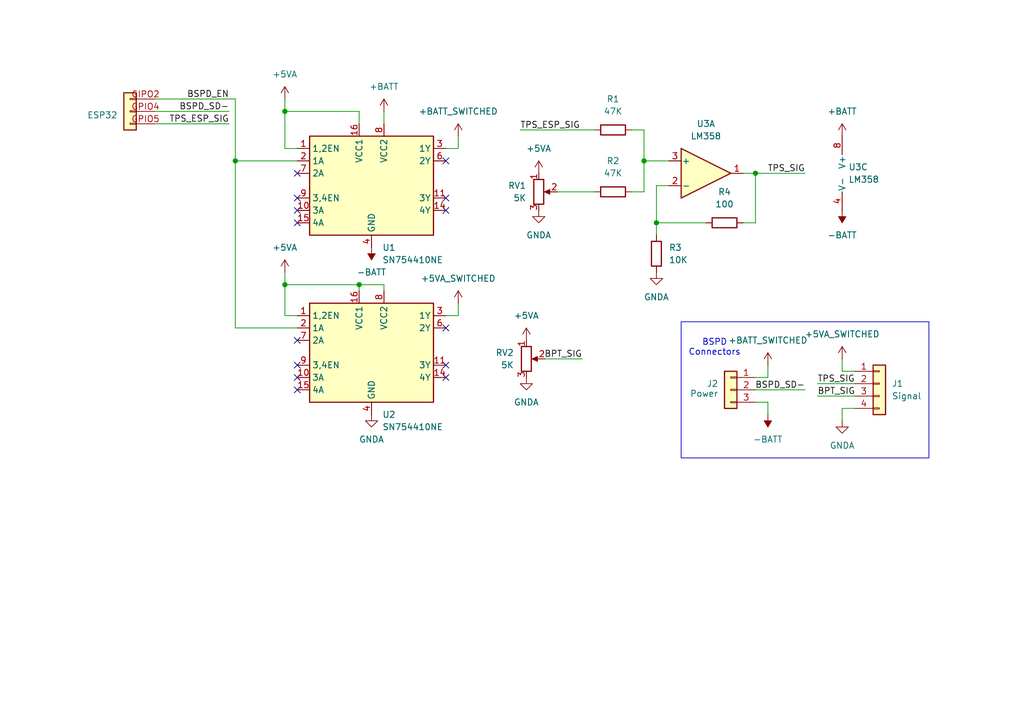
<source format=kicad_sch>
(kicad_sch (version 20231120) (generator "eeschema") (generator_version "8.0")
  (paper "A5")
  (title_block (title "BSPD ESP Profiler") (date "2024-12-13") (rev "A") (company "Gryphon Combustion"))
  (lib_symbols
    (symbol "Amplifier_Operational:LM358" (pin_names (offset 0.127))
      (property "Reference" "U" (at 0 5.08 0))
      (property "Value" "LM358" (at 0 -5.08 0))
      (symbol "LM358_1_1"
        (polyline (pts (xy -5.08 5.08) (xy 5.08 0) (xy -5.08 -5.08) (xy -5.08 5.08)) (stroke (width 0.254)) (fill (type background)))
        (pin output line (at 7.62 0 180) (length 2.54) (name "~") (number "1"))
        (pin input line (at -7.62 -2.54 0) (length 2.54) (name "-") (number "2"))
        (pin input line (at -7.62 2.54 0) (length 2.54) (name "+") (number "3"))
      )
      (symbol "LM358_2_1"
        (polyline (pts (xy -5.08 5.08) (xy 5.08 0) (xy -5.08 -5.08) (xy -5.08 5.08)) (stroke (width 0.254)) (fill (type background)))
        (pin input line (at -7.62 2.54 0) (length 2.54) (name "+") (number "5"))
        (pin input line (at -7.62 -2.54 0) (length 2.54) (name "-") (number "6"))
        (pin output line (at 7.62 0 180) (length 2.54) (name "~") (number "7"))
      )
      (symbol "LM358_3_1"
        (pin power_in line (at -2.54 -7.62 90) (length 3.81) (name "V-") (number "4"))
        (pin power_in line (at -2.54 7.62 270) (length 3.81) (name "V+") (number "8"))
      )
    )
    (symbol "Conn_01x03_1" (pin_names (offset 1.016) hide)
      (property "Value" "ESP32" (at 2.54 -0.762 0))
      (symbol "Conn_01x03_1_1_1"
        (rectangle (start -1.27 -2.413) (end 0 -2.667) (stroke (width 0.1524)))
        (rectangle (start -1.27 0.127) (end 0 -0.127) (stroke (width 0.1524)))
        (rectangle (start -1.27 2.667) (end 0 2.413) (stroke (width 0.1524)))
        (rectangle (start -1.27 3.81) (end 1.27 -3.81) (stroke (width 0.254)) (fill (type background)))
        (pin passive line (at -5.08 2.54 0) (length 3.81) (name "Pin_1") (number "GIPO2"))
        (pin passive line (at -5.08 0 0) (length 3.81) (name "Pin_2") (number "GPIO4"))
        (pin passive line (at -5.08 -2.54 0) (length 3.81) (name "GPIO5") (number "GPIO5"))
      )
    )
    (symbol "Connector_Generic:Conn_01x03" (pin_names (offset 1.016) hide)
      (property "Reference" "J" (at 0 5.08 0))
      (property "Value" "Conn_01x03" (at 0 -5.08 0))
      (symbol "Conn_01x03_1_1"
        (rectangle (start -1.27 -2.413) (end 0 -2.667) (stroke (width 0.1524)))
        (rectangle (start -1.27 0.127) (end 0 -0.127) (stroke (width 0.1524)))
        (rectangle (start -1.27 2.667) (end 0 2.413) (stroke (width 0.1524)))
        (rectangle (start -1.27 3.81) (end 1.27 -3.81) (stroke (width 0.254)) (fill (type background)))
        (pin passive line (at -5.08 2.54 0) (length 3.81) (name "Pin_1") (number "1"))
        (pin passive line (at -5.08 0 0) (length 3.81) (name "Pin_2") (number "2"))
        (pin passive line (at -5.08 -2.54 0) (length 3.81) (name "Pin_3") (number "3"))
      )
    )
    (symbol "Connector_Generic:Conn_01x04" (pin_names (offset 1.016) hide)
      (property "Reference" "J" (at 0 5.08 0))
      (property "Value" "Conn_01x04" (at 0 -7.62 0))
      (symbol "Conn_01x04_1_1"
        (rectangle (start -1.27 -4.953) (end 0 -5.207) (stroke (width 0.1524)))
        (rectangle (start -1.27 -2.413) (end 0 -2.667) (stroke (width 0.1524)))
        (rectangle (start -1.27 0.127) (end 0 -0.127) (stroke (width 0.1524)))
        (rectangle (start -1.27 2.667) (end 0 2.413) (stroke (width 0.1524)))
        (rectangle (start -1.27 3.81) (end 1.27 -6.35) (stroke (width 0.254)) (fill (type background)))
        (pin passive line (at -5.08 2.54 0) (length 3.81) (name "Pin_1") (number "1"))
        (pin passive line (at -5.08 0 0) (length 3.81) (name "Pin_2") (number "2"))
        (pin passive line (at -5.08 -2.54 0) (length 3.81) (name "Pin_3") (number "3"))
        (pin passive line (at -5.08 -5.08 0) (length 3.81) (name "Pin_4") (number "4"))
      )
    )
    (symbol "Device:R" (pin_numbers hide) (pin_names (offset 0))
      (property "Reference" "R" (at 2.032 0 90))
      (property "Value" "R" (at 0 0 90))
      (symbol "R_0_1"
        (rectangle (start -1.016 -2.54) (end 1.016 2.54) (stroke (width 0.254)))
      )
      (symbol "R_1_1"
        (pin passive line (at 0 3.81 270) (length 1.27) (name "~") (number "1"))
        (pin passive line (at 0 -3.81 90) (length 1.27) (name "~") (number "2"))
      )
    )
    (symbol "Device:R_Potentiometer" (pin_names (offset 1.016) hide)
      (property "Reference" "RV" (at -4.445 0 90))
      (property "Value" "R_Potentiometer" (at -2.54 0 90))
      (symbol "R_Potentiometer_0_1"
        (polyline (pts (xy 2.54 0) (xy 1.524 0)))
        (polyline (pts (xy 1.143 0) (xy 2.286 0.508) (xy 2.286 -0.508) (xy 1.143 0)) (fill (type outline)))
        (rectangle (start 1.016 2.54) (end -1.016 -2.54) (stroke (width 0.254)))
      )
      (symbol "R_Potentiometer_1_1"
        (pin passive line (at 0 3.81 270) (length 1.27) (name "1") (number "1"))
        (pin passive line (at 3.81 0 180) (length 1.27) (name "2") (number "2"))
        (pin passive line (at 0 -3.81 90) (length 1.27) (name "3") (number "3"))
      )
    )
    (symbol "Driver_Motor:SN754410NE"
      (property "Reference" "U" (at -10.16 17.78 0))
      (property "Value" "SN754410NE" (at -7.62 15.24 0))
      (symbol "SN754410NE_0_1"
        (rectangle (start -12.7 10.16) (end 12.7 -10.16) (stroke (width 0.254)) (fill (type background)))
      )
      (symbol "SN754410NE_1_1"
        (pin input line (at -15.24 7.62 0) (length 2.54) (name "1,2EN") (number "1"))
        (pin input line (at -15.24 -5.08 0) (length 2.54) (name "3A") (number "10"))
        (pin output line (at 15.24 -2.54 180) (length 2.54) (name "3Y") (number "11"))
        (pin passive line (at 0 -12.7 90) (length 2.54) hide (name "GND") (number "12"))
        (pin passive line (at 0 -12.7 90) (length 2.54) hide (name "GND") (number "13"))
        (pin output line (at 15.24 -5.08 180) (length 2.54) (name "4Y") (number "14"))
        (pin input line (at -15.24 -7.62 0) (length 2.54) (name "4A") (number "15"))
        (pin power_in line (at -2.54 12.7 270) (length 2.54) (name "VCC1") (number "16"))
        (pin input line (at -15.24 5.08 0) (length 2.54) (name "1A") (number "2"))
        (pin output line (at 15.24 7.62 180) (length 2.54) (name "1Y") (number "3"))
        (pin power_in line (at 0 -12.7 90) (length 2.54) (name "GND") (number "4"))
        (pin passive line (at 0 -12.7 90) (length 2.54) hide (name "GND") (number "5"))
        (pin output line (at 15.24 5.08 180) (length 2.54) (name "2Y") (number "6"))
        (pin input line (at -15.24 2.54 0) (length 2.54) (name "2A") (number "7"))
        (pin power_in line (at 2.54 12.7 270) (length 2.54) (name "VCC2") (number "8"))
        (pin input line (at -15.24 -2.54 0) (length 2.54) (name "3,4EN") (number "9"))
      )
    )
    (symbol "power:+5VA" (power) (pin_numbers hide) (pin_names (offset 0) hide)
      (property "Value" "+5VA" (at 0 3.556 0))
      (symbol "+5VA_0_1"
        (polyline (pts (xy -0.762 1.27) (xy 0 2.54)))
        (polyline (pts (xy 0 0) (xy 0 2.54)))
        (polyline (pts (xy 0 2.54) (xy 0.762 1.27)))
      )
      (symbol "+5VA_1_1"
        (pin power_in line (at 0 0 90) (length 0) (name "~") (number "1"))
      )
    )
    (symbol "power:+BATT" (power) (pin_numbers hide) (pin_names (offset 0) hide)
      (property "Value" "+BATT" (at 0 3.556 0))
      (symbol "+BATT_0_1"
        (polyline (pts (xy -0.762 1.27) (xy 0 2.54)))
        (polyline (pts (xy 0 0) (xy 0 2.54)))
        (polyline (pts (xy 0 2.54) (xy 0.762 1.27)))
      )
      (symbol "+BATT_1_1"
        (pin power_in line (at 0 0 90) (length 0) (name "~") (number "1"))
      )
    )
    (symbol "power:-BATT" (power) (pin_numbers hide) (pin_names (offset 0) hide)
      (property "Value" "-BATT" (at 0 3.556 0))
      (symbol "-BATT_0_1"
        (polyline (pts (xy 0 0) (xy 0 2.54)))
        (polyline (pts (xy 0.762 1.27) (xy -0.762 1.27) (xy 0 2.54) (xy 0.762 1.27)) (fill (type outline)))
      )
      (symbol "-BATT_1_1"
        (pin power_in line (at 0 0 90) (length 0) (name "~") (number "1"))
      )
    )
    (symbol "power:GNDA" (power) (pin_numbers hide) (pin_names (offset 0) hide)
      (property "Value" "GNDA" (at 0 -3.81 0))
      (symbol "GNDA_0_1"
        (polyline (pts (xy 0 0) (xy 0 -1.27) (xy 1.27 -1.27) (xy 0 -2.54) (xy -1.27 -1.27) (xy 0 -1.27)))
      )
      (symbol "GNDA_1_1"
        (pin power_in line (at 0 0 270) (length 0) (name "~") (number "1"))
      )
    )
  )
  (junction (at 134.62 45.72))
  (junction (at 154.94 35.56))
  (junction (at 73.66 58.42))
  (junction (at 58.42 22.86))
  (junction (at 132.08 33.02))
  (junction (at 58.42 58.42))
  (junction (at 48.26 33.02))
  (no_connect (at 91.44 33.02))
  (no_connect (at 60.96 35.56))
  (no_connect (at 60.96 45.72))
  (no_connect (at 60.96 74.93))
  (no_connect (at 91.44 43.18))
  (no_connect (at 60.96 80.01))
  (no_connect (at 60.96 77.47))
  (no_connect (at 91.44 77.47))
  (no_connect (at 91.44 40.64))
  (no_connect (at 60.96 43.18))
  (no_connect (at 91.44 67.31))
  (no_connect (at 60.96 40.64))
  (no_connect (at 91.44 74.93))
  (no_connect (at 60.96 69.85))
  (wire (pts (xy 73.66 58.42) (xy 78.74 58.42)))
  (wire (pts (xy 132.08 39.37) (xy 132.08 33.02)))
  (wire (pts (xy 154.94 45.72) (xy 154.94 35.56)))
  (wire (pts (xy 134.62 45.72) (xy 134.62 48.26)))
  (wire (pts (xy 58.42 30.48) (xy 60.96 30.48)))
  (wire (pts (xy 78.74 25.4) (xy 78.74 22.86)))
  (wire (pts (xy 157.48 85.09) (xy 157.48 82.55)))
  (wire (pts (xy 93.98 30.48) (xy 93.98 27.94)))
  (wire (pts (xy 154.94 35.56) (xy 152.4 35.56)))
  (wire (pts (xy 48.26 20.32) (xy 48.26 33.02)))
  (wire (pts (xy 58.42 58.42) (xy 58.42 64.77)))
  (wire (pts (xy 73.66 58.42) (xy 73.66 59.69)))
  (wire (pts (xy 31.75 20.32) (xy 48.26 20.32)))
  (wire (pts (xy 58.42 64.77) (xy 60.96 64.77)))
  (wire (pts (xy 132.08 33.02) (xy 132.08 26.67)))
  (wire (pts (xy 93.98 62.23) (xy 93.98 64.77)))
  (wire (pts (xy 46.99 25.4) (xy 31.75 25.4)))
  (wire (pts (xy 154.94 77.47) (xy 157.48 77.47)))
  (wire (pts (xy 48.26 33.02) (xy 48.26 67.31)))
  (wire (pts (xy 132.08 26.67) (xy 129.54 26.67)))
  (wire (pts (xy 58.42 58.42) (xy 73.66 58.42)))
  (wire (pts (xy 134.62 38.1) (xy 134.62 45.72)))
  (wire (pts (xy 58.42 22.86) (xy 73.66 22.86)))
  (wire (pts (xy 132.08 33.02) (xy 137.16 33.02)))
  (wire (pts (xy 167.64 78.74) (xy 175.26 78.74)))
  (wire (pts (xy 58.42 55.88) (xy 58.42 58.42)))
  (wire (pts (xy 78.74 58.42) (xy 78.74 59.69)))
  (wire (pts (xy 167.64 81.28) (xy 175.26 81.28)))
  (wire (pts (xy 48.26 33.02) (xy 60.96 33.02)))
  (wire (pts (xy 119.38 73.66) (xy 111.76 73.66)))
  (wire (pts (xy 172.72 73.66) (xy 172.72 76.2)))
  (wire (pts (xy 157.48 82.55) (xy 154.94 82.55)))
  (wire (pts (xy 114.3 39.37) (xy 121.92 39.37)))
  (wire (pts (xy 46.99 22.86) (xy 31.75 22.86)))
  (wire (pts (xy 157.48 77.47) (xy 157.48 74.93)))
  (wire (pts (xy 91.44 30.48) (xy 93.98 30.48)))
  (wire (pts (xy 172.72 76.2) (xy 175.26 76.2)))
  (wire (pts (xy 152.4 45.72) (xy 154.94 45.72)))
  (wire (pts (xy 106.68 26.67) (xy 121.92 26.67)))
  (wire (pts (xy 165.1 80.01) (xy 154.94 80.01)))
  (wire (pts (xy 48.26 67.31) (xy 60.96 67.31)))
  (wire (pts (xy 172.72 86.36) (xy 172.72 83.82)))
  (wire (pts (xy 58.42 20.32) (xy 58.42 22.86)))
  (wire (pts (xy 172.72 83.82) (xy 175.26 83.82)))
  (wire (pts (xy 134.62 38.1) (xy 137.16 38.1)))
  (wire (pts (xy 165.1 35.56) (xy 154.94 35.56)))
  (wire (pts (xy 129.54 39.37) (xy 132.08 39.37)))
  (wire (pts (xy 93.98 64.77) (xy 91.44 64.77)))
  (wire (pts (xy 58.42 22.86) (xy 58.42 30.48)))
  (wire (pts (xy 134.62 45.72) (xy 144.78 45.72)))
  (wire (pts (xy 73.66 22.86) (xy 73.66 25.4)))
  (rectangle (start 139.7 66.04) (end 190.5 93.98))
  (text "BSPD\nConnectors" (at 146.558 71.374 0) (effects (font (size 1.27 1.27))))
  (label "BSPD_EN" (at 46.99 20.32 180))
  (label "TPS_SIG" (at 165.1 35.56 180))
  (label "TPS_ESP_SIG" (at 46.99 25.4 180))
  (label "BSPD_SD-" (at 46.99 22.86 180))
  (label "TPS_ESP_SIG" (at 106.68 26.67 0))
  (label "BPT_SIG" (at 167.64 81.28 0))
  (label "TPS_SIG" (at 167.64 78.74 0))
  (label "BSPD_SD-" (at 165.1 80.01 180))
  (label "BPT_SIG" (at 119.38 73.66 180))
  (symbol (lib_id "power:+5VA") (at 93.98 62.23 0) (mirror y) (unit 1)
    (property "Reference" "#PWR017" (effects (hide yes)))
    (property "Value" "+5VA_SWITCHED" (at 93.98 57.15 0))
    (property "Description" "Power symbol creates a global label with name \"+5VA\"" (effects (hide yes)))
  )
  (symbol (lib_id "Device:R") (at 134.62 52.07 180) (unit 1)
    (property "Reference" "R3" (at 137.16 50.7999 0) (effects (justify right)))
    (property "Value" "10K" (at 137.16 53.3399 0) (effects (justify right)))
    (property "Description" "Resistor" (effects (hide yes)))
  )
  (symbol (lib_id "Device:R_Potentiometer") (at 107.95 73.66 0) (unit 1)
    (property "Reference" "RV2" (at 105.41 72.3899 0) (effects (justify right)))
    (property "Value" "5K" (at 105.41 74.9299 0) (effects (justify right)))
    (property "Description" "Potentiometer" (effects (hide yes)))
  )
  (symbol (lib_id "power:GNDA") (at 76.2 85.09 0) (unit 1)
    (property "Reference" "#PWR012" (effects (hide yes)))
    (property "Value" "GNDA" (at 76.2 90.17 0))
    (property "Description" "Power symbol creates a global label with name \"GNDA\" , analog ground" (effects (hide yes)))
  )
  (symbol (lib_id "power:+5VA") (at 107.95 69.85 0) (unit 1)
    (property "Reference" "#PWR03" (effects (hide yes)))
    (property "Value" "+5VA" (at 107.95 64.77 0))
    (property "Description" "Power symbol creates a global label with name \"+5VA\"" (effects (hide yes)))
  )
  (symbol (lib_id "Connector_Generic:Conn_01x04") (at 180.34 78.74 0) (unit 1)
    (property "Reference" "J1" (at 182.88 78.7399 0) (effects (justify left)))
    (property "Value" "Signal" (at 182.88 81.2799 0) (effects (justify left)))
    (property "Footprint" "Connector_PinHeader_2.54mm:PinHeader_1x04_P2.54mm_Vertical" (effects (hide yes)))
    (property "Description" "Generic connector, single row, 01x04, script generated (kicad-library-utils/schlib/autogen/connector/)" (effects (hide yes)))
  )
  (symbol (lib_id "Device:R") (at 148.59 45.72 270) (unit 1)
    (property "Reference" "R4" (at 148.59 39.37 90))
    (property "Value" "100" (at 148.59 41.91 90))
    (property "Description" "Resistor" (effects (hide yes)))
  )
  (symbol (lib_id "Device:R_Potentiometer") (at 110.49 39.37 0) (unit 1)
    (property "Reference" "RV1" (at 107.95 38.0999 0) (effects (justify right)))
    (property "Value" "5K" (at 107.95 40.6399 0) (effects (justify right)))
    (property "Description" "Potentiometer" (effects (hide yes)))
  )
  (symbol (lib_id "Driver_Motor:SN754410NE") (at 76.2 72.39 0) (unit 1)
    (property "Reference" "U2" (at 78.3941 85.09 0) (effects (justify left)))
    (property "Value" "SN754410NE" (at 78.3941 87.63 0) (effects (justify left)))
    (property "Footprint" "Package_DIP:DIP-16_W7.62mm" (effects (hide yes)))
    (property "Datasheet" "https://www.ti.com/lit/ds/symlink/sn754410.pdf" (effects (hide yes)))
    (property "Description" "Quadruple Half-H Driver, DIP-16" (effects (hide yes)))
  )
  (symbol (lib_id "Driver_Motor:SN754410NE") (at 76.2 38.1 0) (unit 1)
    (property "Reference" "U1" (at 78.3941 50.8 0) (effects (justify left)))
    (property "Value" "SN754410NE" (at 78.3941 53.34 0) (effects (justify left)))
    (property "Footprint" "Package_DIP:DIP-16_W7.62mm" (effects (hide yes)))
    (property "Datasheet" "https://www.ti.com/lit/ds/symlink/sn754410.pdf" (effects (hide yes)))
    (property "Description" "Quadruple Half-H Driver, DIP-16" (effects (hide yes)))
  )
  (symbol (lib_id "power:GNDA") (at 134.62 55.88 0) (unit 1)
    (property "Reference" "#PWR018" (effects (hide yes)))
    (property "Value" "GNDA" (at 134.62 60.96 0))
    (property "Description" "Power symbol creates a global label with name \"GNDA\" , analog ground" (effects (hide yes)))
  )
  (symbol (lib_id "power:+BATT") (at 172.72 27.94 0) (unit 1)
    (property "Reference" "#PWR05" (effects (hide yes)))
    (property "Value" "+BATT" (at 172.72 22.86 0))
    (property "Description" "Power symbol creates a global label with name \"+BATT\"" (effects (hide yes)))
  )
  (symbol (lib_id "power:+BATT") (at 78.74 22.86 0) (unit 1)
    (property "Reference" "#PWR015" (effects (hide yes)))
    (property "Value" "+BATT" (at 78.74 17.78 0))
    (property "Description" "Power symbol creates a global label with name \"+BATT\"" (effects (hide yes)))
  )
  (symbol (lib_id "power:+BATT") (at 157.48 74.93 0) (unit 1)
    (property "Reference" "#PWR06" (effects (hide yes)))
    (property "Value" "+BATT_SWITCHED" (at 157.48 69.85 0))
    (property "Description" "Power symbol creates a global label with name \"+BATT\"" (effects (hide yes)))
  )
  (symbol (lib_id "power:-BATT") (at 76.2 50.8 180) (unit 1)
    (property "Reference" "#PWR013" (effects (hide yes)))
    (property "Value" "-BATT" (at 76.2 55.88 0))
    (property "Description" "Power symbol creates a global label with name \"-BATT\"" (effects (hide yes)))
  )
  (symbol (lib_id "power:+5VA") (at 58.42 55.88 0) (unit 1)
    (property "Reference" "#PWR011" (effects (hide yes)))
    (property "Value" "+5VA" (at 58.42 50.8 0))
    (property "Description" "Power symbol creates a global label with name \"+5VA\"" (effects (hide yes)))
  )
  (symbol (lib_id "power:+5VA") (at 58.42 20.32 0) (unit 1)
    (property "Reference" "#PWR014" (effects (hide yes)))
    (property "Value" "+5VA" (at 58.42 15.24 0))
    (property "Description" "Power symbol creates a global label with name \"+5VA\"" (effects (hide yes)))
  )
  (symbol (lib_id "power:+5VA") (at 110.49 35.56 0) (unit 1)
    (property "Reference" "#PWR01" (effects (hide yes)))
    (property "Value" "+5VA" (at 110.49 30.48 0))
    (property "Description" "Power symbol creates a global label with name \"+5VA\"" (effects (hide yes)))
  )
  (symbol (lib_id "Connector_Generic:Conn_01x03") (at 149.86 80.01 0) (mirror y) (unit 1)
    (property "Reference" "J2" (at 147.32 78.74 0) (effects (justify left)))
    (property "Value" "Power" (at 147.32 80.772 0) (effects (justify left)))
    (property "Footprint" "Connector_PinHeader_2.54mm:PinHeader_1x03_P2.54mm_Vertical" (effects (hide yes)))
    (property "Description" "Generic connector, single row, 01x03, script generated (kicad-library-utils/schlib/autogen/connector/)" (effects (hide yes)))
  )
  (symbol (lib_id "Amplifier_Operational:LM358") (at 144.78 35.56 0) (unit 1)
    (property "Reference" "U3" (at 144.78 25.4 0))
    (property "Value" "LM358" (at 144.78 27.94 0))
    (property "Datasheet" "http://www.ti.com/lit/ds/symlink/lm2904-n.pdf" (effects (hide yes)))
    (property "Description" "Low-Power, Dual Operational Amplifiers, DIP-8/SOIC-8/TO-99-8" (effects (hide yes)))
  )
  (symbol (lib_id "power:-BATT") (at 172.72 43.18 180) (unit 1)
    (property "Reference" "#PWR010" (effects (hide yes)))
    (property "Value" "-BATT" (at 172.72 48.26 0))
    (property "Description" "Power symbol creates a global label with name \"-BATT\"" (effects (hide yes)))
  )
  (symbol (lib_id "power:GNDA") (at 172.72 86.36 0) (unit 1)
    (property "Reference" "#PWR09" (effects (hide yes)))
    (property "Value" "GNDA" (at 172.72 91.44 0))
    (property "Description" "Power symbol creates a global label with name \"GNDA\" , analog ground" (effects (hide yes)))
  )
  (symbol (lib_id "power:+5VA") (at 172.72 73.66 0) (mirror y) (unit 1)
    (property "Reference" "#PWR08" (effects (hide yes)))
    (property "Value" "+5VA_SWITCHED" (at 172.72 68.58 0))
    (property "Description" "Power symbol creates a global label with name \"+5VA\"" (effects (hide yes)))
  )
  (symbol (lib_id "Device:R") (at 125.73 39.37 90) (unit 1)
    (property "Reference" "R2" (at 125.73 33.02 90))
    (property "Value" "47K" (at 125.73 35.56 90))
    (property "Description" "Resistor" (effects (hide yes)))
  )
  (symbol (lib_id "power:GNDA") (at 110.49 43.18 0) (unit 1)
    (property "Reference" "#PWR02" (effects (hide yes)))
    (property "Value" "GNDA" (at 110.49 48.26 0))
    (property "Description" "Power symbol creates a global label with name \"GNDA\" , analog ground" (effects (hide yes)))
  )
  (symbol (lib_id "power:+BATT") (at 93.98 27.94 0) (unit 1)
    (property "Reference" "#PWR016" (effects (hide yes)))
    (property "Value" "+BATT_SWITCHED" (at 93.98 22.86 0))
    (property "Description" "Power symbol creates a global label with name \"+BATT\"" (effects (hide yes)))
  )
  (symbol (lib_name "Conn_01x03_1") (lib_id "Connector_Generic:Conn_01x03") (at 26.67 22.86 0) (mirror y) (unit 1)
    (property "Reference" "J3" (effects (hide yes)))
    (property "Value" "ESP32" (at 24.13 23.622 0) (effects (justify left)))
    (property "Footprint" "Connector_PinHeader_2.54mm:PinHeader_1x03_P2.54mm_Vertical" (effects (hide yes)))
    (property "Description" "Generic connector, single row, 01x03, script generated (kicad-library-utils/schlib/autogen/connector/)" (effects (hide yes)))
  )
  (symbol (lib_id "Amplifier_Operational:LM358") (at 175.26 35.56 0) (unit 3)
    (property "Reference" "U3" (at 173.99 34.2899 0) (effects (justify left)))
    (property "Value" "LM358" (at 173.99 36.8299 0) (effects (justify left)))
    (property "Datasheet" "http://www.ti.com/lit/ds/symlink/lm2904-n.pdf" (effects (hide yes)))
    (property "Description" "Low-Power, Dual Operational Amplifiers, DIP-8/SOIC-8/TO-99-8" (effects (hide yes)))
  )
  (symbol (lib_id "Device:R") (at 125.73 26.67 90) (unit 1)
    (property "Reference" "R1" (at 125.73 20.32 90))
    (property "Value" "47K" (at 125.73 22.86 90))
    (property "Description" "Resistor" (effects (hide yes)))
  )
  (symbol (lib_id "power:GNDA") (at 107.95 77.47 0) (unit 1)
    (property "Reference" "#PWR04" (effects (hide yes)))
    (property "Value" "GNDA" (at 107.95 82.55 0))
    (property "Description" "Power symbol creates a global label with name \"GNDA\" , analog ground" (effects (hide yes)))
  )
  (symbol (lib_id "power:-BATT") (at 157.48 85.09 180) (unit 1)
    (property "Reference" "#PWR07" (effects (hide yes)))
    (property "Value" "-BATT" (at 157.48 90.17 0))
    (property "Description" "Power symbol creates a global label with name \"-BATT\"" (effects (hide yes)))
  )
)
</source>
